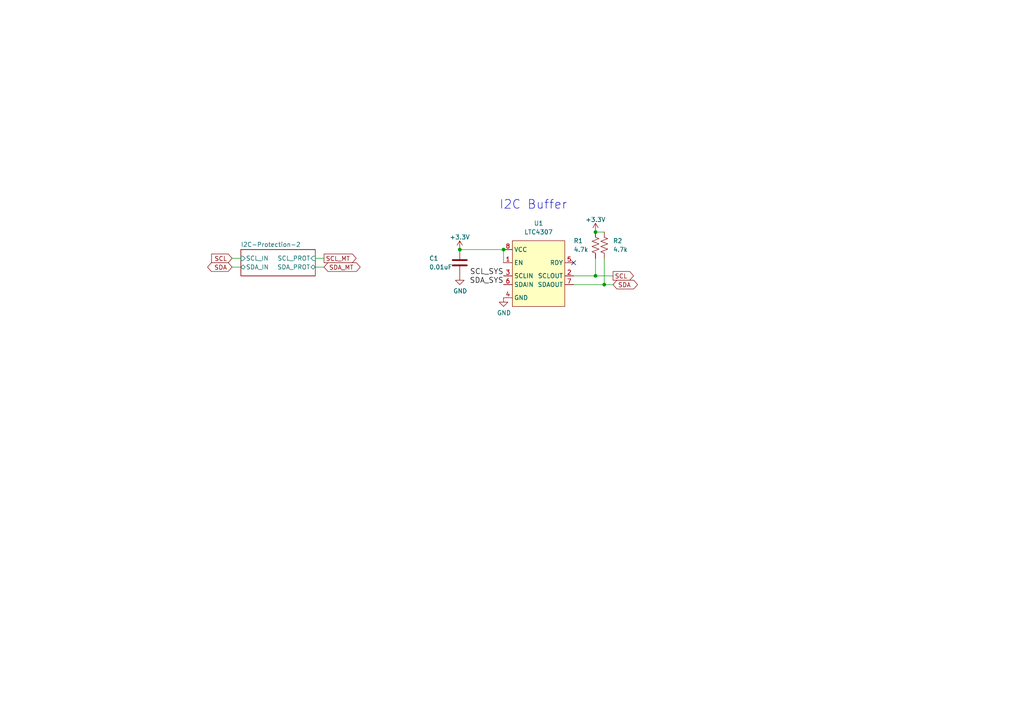
<source format=kicad_sch>
(kicad_sch (version 20230121) (generator eeschema)
  (paper "A4")
  (title_block (title "Foras Promineo Payload Interface Board") (rev "B"))
  (lib_symbols
    (symbol "Device:C" (pin_numbers hide) (pin_names (offset 0.254))
      (property "Reference" "C" (at 0.635 2.54 0))
      (property "Value" "C" (at 0.635 -2.54 0))
      (symbol "C_0_1"
        (polyline (pts (xy -2.032 -0.762) (xy 2.032 -0.762)) (stroke (width 0.508)))
        (polyline (pts (xy -2.032 0.762) (xy 2.032 0.762)) (stroke (width 0.508)))
      )
      (symbol "C_1_1"
        (pin passive line (at 0 3.81 270) (length 2.794) (name "~") (number "1"))
        (pin passive line (at 0 -3.81 90) (length 2.794) (name "~") (number "2"))
      )
    )
    (symbol "Device:R_US" (pin_numbers hide) (pin_names (offset 0))
      (property "Reference" "R" (at 2.54 0 90))
      (property "Value" "R_US" (at -2.54 0 90))
      (symbol "R_US_0_1"
        (polyline (pts (xy 0 -2.286) (xy 0 -2.54)))
        (polyline (pts (xy 0 2.286) (xy 0 2.54)))
        (polyline (pts (xy 0 -0.762) (xy 1.016 -1.143) (xy 0 -1.524) (xy -1.016 -1.905) (xy 0 -2.286)))
        (polyline (pts (xy 0 0.762) (xy 1.016 0.381) (xy 0 0) (xy -1.016 -0.381) (xy 0 -0.762)))
        (polyline (pts (xy 0 2.286) (xy 1.016 1.905) (xy 0 1.524) (xy -1.016 1.143) (xy 0 0.762)))
      )
      (symbol "R_US_1_1"
        (pin passive line (at 0 3.81 270) (length 1.27) (name "~") (number "1"))
        (pin passive line (at 0 -3.81 90) (length 1.27) (name "~") (number "2"))
      )
    )
    (symbol "mainboard_SLI:LTC4307"
      (property "Reference" "U" (at 0 3.81 0))
      (property "Value" "LTC4307" (at 0 1.27 0))
      (symbol "LTC4307_0_0"
        (pin unspecified line (at -10.16 -6.35 0) (length 2.54) (name "EN") (number "1"))
        (pin unspecified line (at 10.16 -10.16 180) (length 2.54) (name "SCLOUT") (number "2"))
        (pin unspecified line (at -10.16 -10.16 0) (length 2.54) (name "SCLIN") (number "3"))
        (pin unspecified line (at -10.16 -16.51 0) (length 2.54) (name "GND") (number "4"))
        (pin unspecified line (at 10.16 -6.35 180) (length 2.54) (name "RDY") (number "5"))
        (pin unspecified line (at -10.16 -12.7 0) (length 2.54) (name "SDAIN") (number "6"))
        (pin unspecified line (at 10.16 -12.7 180) (length 2.54) (name "SDAOUT") (number "7"))
        (pin unspecified line (at -10.16 -2.54 0) (length 2.54) (name "VCC") (number "8"))
      )
      (symbol "LTC4307_0_1"
        (rectangle (start -7.62 0) (end 7.62 -19.05) (fill (type background)))
      )
    )
    (symbol "power:+3.3V" (power) (pin_names (offset 0))
      (property "Value" "+3.3V" (at 0 3.556 0))
      (symbol "+3.3V_0_1"
        (polyline (pts (xy -0.762 1.27) (xy 0 2.54)))
        (polyline (pts (xy 0 0) (xy 0 2.54)))
        (polyline (pts (xy 0 2.54) (xy 0.762 1.27)))
      )
      (symbol "+3.3V_1_1"
        (pin power_in line (at 0 0 90) (length 0) hide (name "+3.3V") (number "1"))
      )
    )
    (symbol "power:GND" (power) (pin_names (offset 0))
      (property "Value" "GND" (at 0 -3.81 0))
      (symbol "GND_0_1"
        (polyline (pts (xy 0 0) (xy 0 -1.27) (xy 1.27 -1.27) (xy 0 -2.54) (xy -1.27 -1.27) (xy 0 -1.27)))
      )
      (symbol "GND_1_1"
        (pin power_in line (at 0 0 270) (length 0) hide (name "GND") (number "1"))
      )
    )
  )
  (junction (at 146.05 72.39))
  (junction (at 172.72 80.01))
  (junction (at 133.35 72.39))
  (junction (at 172.72 67.31))
  (junction (at 175.26 82.55))
  (no_connect (at 166.37 76.2))
  (wire (pts (xy 166.37 82.55) (xy 175.26 82.55)))
  (wire (pts (xy 67.31 77.47) (xy 69.85 77.47)))
  (wire (pts (xy 67.31 74.93) (xy 69.85 74.93)))
  (wire (pts (xy 175.26 82.55) (xy 177.8 82.55)))
  (wire (pts (xy 133.35 72.39) (xy 146.05 72.39)))
  (wire (pts (xy 166.37 80.01) (xy 172.72 80.01)))
  (wire (pts (xy 91.44 77.47) (xy 93.98 77.47)))
  (wire (pts (xy 91.44 74.93) (xy 93.98 74.93)))
  (wire (pts (xy 175.26 74.93) (xy 175.26 82.55)))
  (wire (pts (xy 172.72 74.93) (xy 172.72 80.01)))
  (wire (pts (xy 172.72 67.31) (xy 175.26 67.31)))
  (wire (pts (xy 172.72 80.01) (xy 177.8 80.01)))
  (wire (pts (xy 146.05 72.39) (xy 146.05 76.2)))
  (text "I2C Buffer" (at 144.78 60.96 0) (effects (font (size 2.54 2.54)) (justify left bottom)))
  (label "SCL_SYS" (at 146.05 80.01 180) (effects (font (size 1.524 1.524))))
  (label "SDA_SYS" (at 146.05 82.55 180) (effects (font (size 1.524 1.524))))
  (global_label "SCL" (shape output) (at 177.8 80.01 0) (property "Intersheetrefs" "${INTERSHEET_REFS}" (effects hide)))
  (global_label "SDA_MT" (shape bidirectional) (at 93.98 77.47 0) (property "Intersheetrefs" "${INTERSHEET_REFS}" (effects hide)))
  (global_label "SCL" (shape input) (at 67.31 74.93 180) (property "Intersheetrefs" "${INTERSHEET_REFS}" (effects hide)))
  (global_label "SCL_MT" (shape output) (at 93.98 74.93 0) (property "Intersheetrefs" "${INTERSHEET_REFS}" (effects hide)))
  (global_label "SDA" (shape bidirectional) (at 177.8 82.55 0) (property "Intersheetrefs" "${INTERSHEET_REFS}" (effects hide)))
  (global_label "SDA" (shape bidirectional) (at 67.31 77.47 180) (property "Intersheetrefs" "${INTERSHEET_REFS}" (effects hide)))
  (symbol (lib_id "mainboard_SLI:LTC4307") (at 156.21 69.85 0) (unit 1)
    (property "Reference" "U1" (at 156.21 64.77 0))
    (property "Value" "LTC4307" (at 156.21 67.31 0))
    (property "Footprint" "Package_SO:MSOP-8_3x3mm_P0.65mm" (effects hide))
    (property "Datasheet" "LTC4307IMS8#TRPBF" (effects hide))
  )
  (symbol (lib_id "Device:C") (at 133.35 76.2 0) (unit 1)
    (property "Reference" "C1" (at 124.46 74.93 0) (effects (justify left)))
    (property "Value" "0.01uF" (at 124.46 77.47 0) (effects (justify left)))
    (property "Footprint" "Capacitor_SMD:C_0603_1608Metric" (effects hide))
  )
  (symbol (lib_id "power:GND") (at 146.05 86.36 0) (unit 1)
    (property "Reference" "#PWR04" (effects hide))
    (property "Value" "GND" (at 146.177 90.7542 0))
  )
  (symbol (lib_id "Device:R_US") (at 172.72 71.12 0) (unit 1)
    (property "Reference" "R1" (at 166.37 69.85 0) (effects (justify left)))
    (property "Value" "4.7k" (at 166.37 72.39 0) (effects (justify left)))
    (property "Footprint" "Resistor_SMD:R_0603_1608Metric" (effects hide))
  )
  (symbol (lib_id "power:GND") (at 133.35 80.01 0) (unit 1)
    (property "Reference" "#PWR03" (effects hide))
    (property "Value" "GND" (at 133.477 84.4042 0))
  )
  (symbol (lib_id "power:+3.3V") (at 133.35 72.39 0) (unit 1)
    (property "Reference" "#PWR02" (effects hide))
    (property "Value" "+3.3V" (at 133.35 68.7855 0))
  )
  (symbol (lib_id "power:+3.3V") (at 172.72 67.31 0) (unit 1)
    (property "Reference" "#PWR01" (effects hide))
    (property "Value" "+3.3V" (at 172.72 63.7055 0))
  )
  (symbol (lib_id "Device:R_US") (at 175.26 71.12 0) (unit 1)
    (property "Reference" "R2" (at 177.8 69.8499 0) (effects (justify left)))
    (property "Value" "4.7k" (at 177.8 72.3899 0) (effects (justify left)))
    (property "Footprint" "Resistor_SMD:R_0603_1608Metric" (effects hide))
  )
  (sheet (at 69.85 72.39) (size 21.59 7.62) (stroke (width 0.1524))
    (property "Sheetname" "I2C-Protection-2" (at 69.85 71.6784 0) (effects (justify left bottom)))
    (property "Sheetfile" "I2C-Protection.kicad_sch" (effects hide))
    (pin "SDA_PROT" bidirectional (at 91.44 77.47 0))
    (pin "SCL_IN" input (at 69.85 74.93 180))
    (pin "SDA_IN" bidirectional (at 69.85 77.47 180))
    (pin "SCL_PROT" input (at 91.44 74.93 0))
  )
)
</source>
